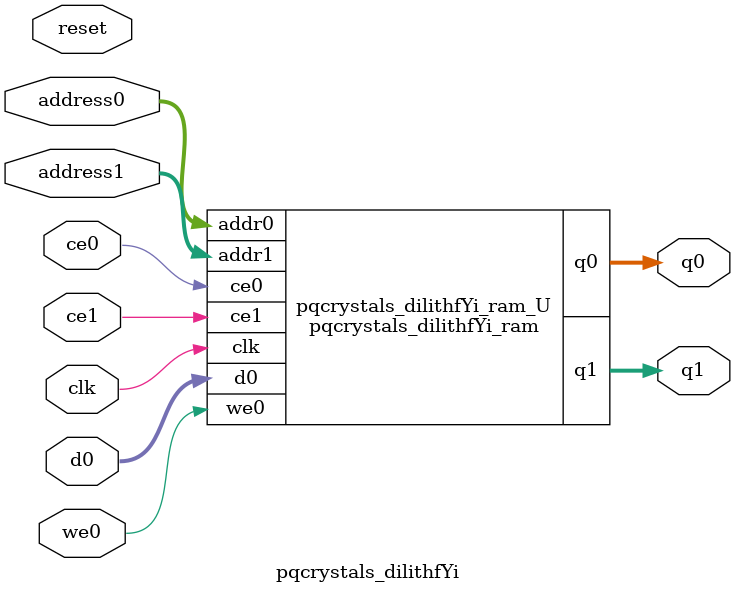
<source format=v>
`timescale 1 ns / 1 ps
module pqcrystals_dilithfYi_ram (addr0, ce0, d0, we0, q0, addr1, ce1, q1,  clk);

parameter DWIDTH = 8;
parameter AWIDTH = 10;
parameter MEM_SIZE = 680;

input[AWIDTH-1:0] addr0;
input ce0;
input[DWIDTH-1:0] d0;
input we0;
output reg[DWIDTH-1:0] q0;
input[AWIDTH-1:0] addr1;
input ce1;
output reg[DWIDTH-1:0] q1;
input clk;

(* ram_style = "block" *)reg [DWIDTH-1:0] ram[0:MEM_SIZE-1];




always @(posedge clk)  
begin 
    if (ce0) begin
        if (we0) 
            ram[addr0] <= d0; 
        q0 <= ram[addr0];
    end
end


always @(posedge clk)  
begin 
    if (ce1) begin
        q1 <= ram[addr1];
    end
end


endmodule

`timescale 1 ns / 1 ps
module pqcrystals_dilithfYi(
    reset,
    clk,
    address0,
    ce0,
    we0,
    d0,
    q0,
    address1,
    ce1,
    q1);

parameter DataWidth = 32'd8;
parameter AddressRange = 32'd680;
parameter AddressWidth = 32'd10;
input reset;
input clk;
input[AddressWidth - 1:0] address0;
input ce0;
input we0;
input[DataWidth - 1:0] d0;
output[DataWidth - 1:0] q0;
input[AddressWidth - 1:0] address1;
input ce1;
output[DataWidth - 1:0] q1;



pqcrystals_dilithfYi_ram pqcrystals_dilithfYi_ram_U(
    .clk( clk ),
    .addr0( address0 ),
    .ce0( ce0 ),
    .we0( we0 ),
    .d0( d0 ),
    .q0( q0 ),
    .addr1( address1 ),
    .ce1( ce1 ),
    .q1( q1 ));

endmodule


</source>
